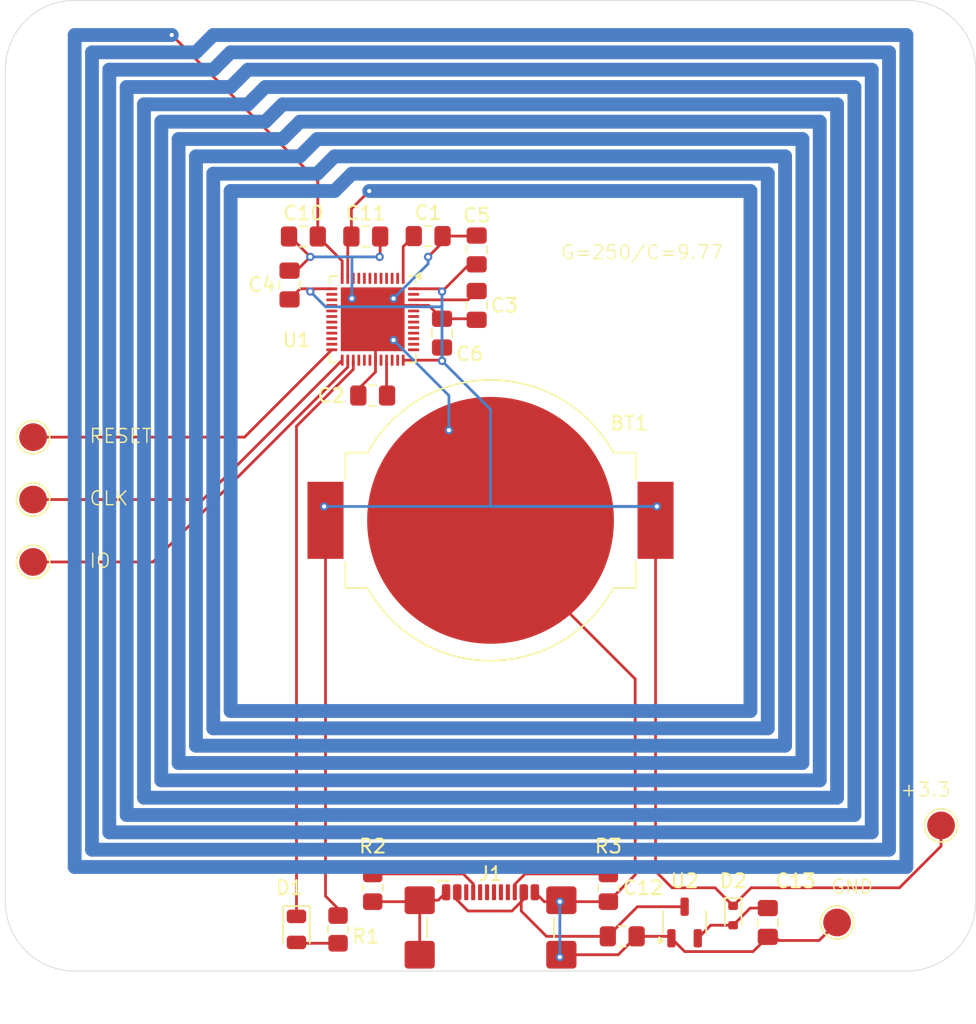
<source format=kicad_pcb>
(kicad_pcb (version 20240108) (generator "pcbnew") (generator_version "8.0")
  (layers (0 "F.Cu" signal) (31 "B.Cu" signal) (34 "B.Paste" user) (35 "F.Paste" user) (36 "B.SilkS" user "B.Silkscreen") (37 "F.SilkS" user "F.Silkscreen") (38 "B.Mask" user) (39 "F.Mask" user) (44 "Edge.Cuts" user))
  (net 0 "")
  (net 2 "+3.3V")
  (net 3 "GND")
  (net 4 "Net-(U1-DEC1)")
  (net 5 "Net-(U1-DEC3)")
  (net 6 "Net-(U1-DEC4)")
  (net 10 "Net-(U1-NFC1{slash}P0.09)")
  (net 11 "Net-(U2-IN)")
  (net 12 "Net-(D2-A)")
  (net 13 "Net-(D1-K)")
  (net 14 "Net-(D1-A)")
  (net 16 "Net-(J1-CC1)")
  (net 20 "Net-(J1-CC2)")
  (net 23 "Net-(U1-P0.21{slash}~{RESET})")
  (net 24 "Net-(U1-SWDCLK)")
  (net 25 "Net-(U1-SWDIO)")
  (footprint "TestPoint:TestPoint_Pad_D2.0mm" (layer "F.Cu") (at 62 71.5)
    (property "Reference" "TP1" (hide yes))
    (property "Value" "RESET")
    (fp_circle (center 0 0) (end 0 1.2) (stroke (width 0.12)) (fill none) (layer "F.SilkS"))
    (pad "1" smd circle (at 0 0) (size 2 2) (layers "F.Cu" "F.Mask") (net 23 "Net-(U1-P0.21{slash}~{RESET})"))
  )
  (footprint "Capacitor_SMD:C_0805_2012Metric_Pad1.18x1.45mm_HandSolder" (layer "F.Cu") (at 94 58 90)
    (property "Reference" "C5" (at 2.5 0 180) (layer "F.SilkS"))
    (property "Value" "4.7u")
    (fp_line (start -0.261252 -0.735) (end 0.261252 -0.735) (stroke (width 0.12)) (layer "F.SilkS"))
    (fp_line (start -0.261252 0.735) (end 0.261252 0.735) (stroke (width 0.12)) (layer "F.SilkS"))
    (pad "1" smd roundrect (at -1.0375 0 90) (size 1.175 1.45) (layers "F.Cu" "F.Paste" "F.Mask") (roundrect_rratio 0.212766) (net 2 "+3.3V"))
    (pad "2" smd roundrect (at 1.0375 0 90) (size 1.175 1.45) (layers "F.Cu" "F.Paste" "F.Mask") (roundrect_rratio 0.212766) (net 3 "GND"))
  )
  (footprint "Capacitor_SMD:C_0805_2012Metric_Pad1.18x1.45mm_HandSolder" (layer "F.Cu") (at 80.5 60.53 90)
    (property "Reference" "C4" (at 0.03 -2 180) (layer "F.SilkS"))
    (property "Value" "100n")
    (fp_line (start -0.261252 -0.735) (end 0.261252 -0.735) (stroke (width 0.12)) (layer "F.SilkS"))
    (fp_line (start -0.261252 0.735) (end 0.261252 0.735) (stroke (width 0.12)) (layer "F.SilkS"))
    (pad "1" smd roundrect (at -1.0375 0 90) (size 1.175 1.45) (layers "F.Cu" "F.Paste" "F.Mask") (roundrect_rratio 0.212766) (net 2 "+3.3V"))
    (pad "2" smd roundrect (at 1.0375 0 90) (size 1.175 1.45) (layers "F.Cu" "F.Paste" "F.Mask") (roundrect_rratio 0.212766) (net 3 "GND"))
  )
  (footprint "Capacitor_SMD:C_0805_2012Metric_Pad1.18x1.45mm_HandSolder" (layer "F.Cu") (at 94 62 -90)
    (property "Reference" "C3" (at 0 -2 180) (layer "F.SilkS"))
    (property "Value" "1u")
    (fp_line (start -0.261252 0.735) (end 0.261252 0.735) (stroke (width 0.12)) (layer "F.SilkS"))
    (fp_line (start -0.261252 -0.735) (end 0.261252 -0.735) (stroke (width 0.12)) (layer "F.SilkS"))
    (pad "1" smd roundrect (at -1.0375 0 270) (size 1.175 1.45) (layers "F.Cu" "F.Paste" "F.Mask") (roundrect_rratio 0.212766) (net 6 "Net-(U1-DEC4)"))
    (pad "2" smd roundrect (at 1.0375 0 270) (size 1.175 1.45) (layers "F.Cu" "F.Paste" "F.Mask") (roundrect_rratio 0.212766) (net 3 "GND"))
  )
  (footprint "TestPoint:TestPoint_Pad_D2.0mm" (layer "F.Cu") (at 62 76)
    (property "Reference" "TP2" (hide yes))
    (property "Value" "CLK")
    (fp_circle (center 0 0) (end 0 1.2) (stroke (width 0.12)) (fill none) (layer "F.SilkS"))
    (pad "1" smd circle (at 0 0) (size 2 2) (layers "F.Cu" "F.Mask") (net 24 "Net-(U1-SWDCLK)"))
  )
  (footprint "Capacitor_SMD:C_0805_2012Metric_Pad1.18x1.45mm_HandSolder" (layer "F.Cu") (at 104.5 107.5)
    (property "Reference" "C12" (at 1.5 -3.5 0) (layer "F.SilkS"))
    (property "Value" "100n")
    (fp_line (start -0.261252 -0.735) (end 0.261252 -0.735) (stroke (width 0.12)) (layer "F.SilkS"))
    (fp_line (start -0.261252 0.735) (end 0.261252 0.735) (stroke (width 0.12)) (layer "F.SilkS"))
    (pad "1" smd roundrect (at -1.0375 0) (size 1.175 1.45) (layers "F.Cu" "F.Paste" "F.Mask") (roundrect_rratio 0.212766) (net 11 "Net-(U2-IN)"))
    (pad "2" smd roundrect (at 1.0375 0) (size 1.175 1.45) (layers "F.Cu" "F.Paste" "F.Mask") (roundrect_rratio 0.212766) (net 3 "GND"))
  )
  (footprint "TestPoint:TestPoint_Pad_D2.0mm" (layer "F.Cu") (at 62 80.5)
    (property "Reference" "TP3" (hide yes))
    (property "Value" "IO")
    (fp_circle (center 0 0) (end 0 1.2) (stroke (width 0.12)) (fill none) (layer "F.SilkS"))
    (pad "1" smd circle (at 0 0) (size 2 2) (layers "F.Cu" "F.Mask") (net 25 "Net-(U1-SWDIO)"))
  )
  (footprint "Capacitor_SMD:C_0805_2012Metric_Pad1.18x1.45mm_HandSolder" (layer "F.Cu") (at 115 106.5 -90)
    (property "Reference" "C13" (at -3 -2 180) (layer "F.SilkS"))
    (property "Value" "100n")
    (fp_line (start -0.261252 0.735) (end 0.261252 0.735) (stroke (width 0.12)) (layer "F.SilkS"))
    (fp_line (start -0.261252 -0.735) (end 0.261252 -0.735) (stroke (width 0.12)) (layer "F.SilkS"))
    (pad "1" smd roundrect (at -1.0375 0 270) (size 1.175 1.45) (layers "F.Cu" "F.Paste" "F.Mask") (roundrect_rratio 0.212766) (net 12 "Net-(D2-A)"))
    (pad "2" smd roundrect (at 1.0375 0 270) (size 1.175 1.45) (layers "F.Cu" "F.Paste" "F.Mask") (roundrect_rratio 0.212766) (net 3 "GND"))
  )
  (footprint "Battery:BatteryHolder_MPD_BC2003_1x2032" (layer "F.Cu") (at 95 77.5)
    (property "Reference" "BT1" (at 10 -7 0) (layer "F.SilkS"))
    (property "Value" "CR2032")
    (fp_line (start -10.47 -4.885) (end -8.86291 -4.885) (stroke (width 0.12)) (layer "F.SilkS"))
    (fp_line (start -10.47 -3) (end -10.47 -4.885) (stroke (width 0.12)) (layer "F.SilkS"))
    (fp_line (start -10.47 3) (end -10.47 4.885) (stroke (width 0.12)) (layer "F.SilkS"))
    (fp_line (start -10.47 4.885) (end -8.86291 4.885) (stroke (width 0.12)) (layer "F.SilkS"))
    (fp_line (start 10.47 -4.885) (end 8.86291 -4.885) (stroke (width 0.12)) (layer "F.SilkS"))
    (fp_line (start 10.47 -3) (end 10.47 -4.885) (stroke (width 0.12)) (layer "F.SilkS"))
    (fp_line (start 10.47 3) (end 10.47 4.885) (stroke (width 0.12)) (layer "F.SilkS"))
    (fp_line (start 10.47 4.885) (end 8.86291 4.885) (stroke (width 0.12)) (layer "F.SilkS"))
    (fp_arc (start -8.86291 -4.885) (mid 0 -10.12) (end 8.86291 -4.885) (stroke (width 0.12)) (layer "F.SilkS"))
    (fp_arc (start 8.865021 4.881168) (mid 0.002187 10.12) (end -8.86291 4.885) (stroke (width 0.12)) (layer "F.SilkS"))
    (pad "1" smd rect (at -11.905 0) (size 2.6 5.56) (layers "F.Cu" "F.Paste" "F.Mask") (net 2 "+3.3V"))
    (pad "1" smd rect (at 11.905 0) (size 2.6 5.56) (layers "F.Cu" "F.Paste" "F.Mask") (net 2 "+3.3V"))
    (pad "2" smd circle (at 0 0) (size 17.8 17.8) (layers "F.Cu" "F.Mask") (net 3 "GND"))
  )
  (footprint "Resistor_SMD:R_0805_2012Metric_Pad1.20x1.40mm_HandSolder" (layer "F.Cu") (at 84 107 90)
    (property "Reference" "R1" (at -0.5 2 180) (layer "F.SilkS"))
    (property "Value" "100")
    (fp_line (start -0.227064 -0.735) (end 0.227064 -0.735) (stroke (width 0.12)) (layer "F.SilkS"))
    (fp_line (start -0.227064 0.735) (end 0.227064 0.735) (stroke (width 0.12)) (layer "F.SilkS"))
    (pad "1" smd roundrect (at -1 0 90) (size 1.2 1.4) (layers "F.Cu" "F.Paste" "F.Mask") (roundrect_rratio 0.208333) (net 14 "Net-(D1-A)"))
    (pad "2" smd roundrect (at 1 0 90) (size 1.2 1.4) (layers "F.Cu" "F.Paste" "F.Mask") (roundrect_rratio 0.208333) (net 2 "+3.3V"))
  )
  (footprint "Capacitor_SMD:C_0805_2012Metric_Pad1.18x1.45mm_HandSolder" (layer "F.Cu") (at 81.5 57.03)
    (property "Reference" "C10" (at 0 -1.68 0) (layer "F.SilkS"))
    (property "Value" "TBD")
    (fp_line (start -0.261252 -0.735) (end 0.261252 -0.735) (stroke (width 0.12)) (layer "F.SilkS"))
    (fp_line (start -0.261252 0.735) (end 0.261252 0.735) (stroke (width 0.12)) (layer "F.SilkS"))
    (pad "1" smd roundrect (at -1.0375 0) (size 1.175 1.45) (layers "F.Cu" "F.Paste" "F.Mask") (roundrect_rratio 0.212766) (net 3 "GND"))
    (pad "2" smd roundrect (at 1.0375 0) (size 1.175 1.45) (layers "F.Cu" "F.Paste" "F.Mask") (roundrect_rratio 0.212766) (net 10 "Net-(U1-NFC1{slash}P0.09)"))
  )
  (footprint "Capacitor_SMD:C_0805_2012Metric_Pad1.18x1.45mm_HandSolder" (layer "F.Cu") (at 86 57.03)
    (property "Reference" "C11" (at 0 -1.68 0) (layer "F.SilkS"))
    (property "Value" "TBD")
    (fp_line (start -0.261252 -0.735) (end 0.261252 -0.735) (stroke (width 0.12)) (layer "F.SilkS"))
    (fp_line (start -0.261252 0.735) (end 0.261252 0.735) (stroke (width 0.12)) (layer "F.SilkS"))
    (pad "1" smd roundrect (at -1.0375 0) (size 1.175 1.45) (layers "F.Cu" "F.Paste" "F.Mask") (roundrect_rratio 0.212766) (net 10 "Net-(U1-NFC1{slash}P0.09)"))
    (pad "2" smd roundrect (at 1.0375 0) (size 1.175 1.45) (layers "F.Cu" "F.Paste" "F.Mask") (roundrect_rratio 0.212766) (net 3 "GND"))
  )
  (footprint "TestPoint:TestPoint_Pad_D2.0mm" (layer "F.Cu") (at 120 106.5)
    (property "Reference" "TP6" (hide yes))
    (property "Value" "GND")
    (fp_circle (center 0 0) (end 0 1.2) (stroke (width 0.12)) (fill none) (layer "F.SilkS"))
    (pad "1" smd circle (at 0 0) (size 2 2) (layers "F.Cu" "F.Mask") (net 3 "GND"))
  )
  (footprint "Connector_USB:USB_C_Receptacle_GCT_USB4110" (layer "F.Cu") (at 95 108)
    (property "Reference" "J1" (at 0 -5.015 0) (layer "F.SilkS"))
    (property "Value" "USB_C_Receptacle_USB2.0_16P")
    (fp_line (start -4.58 -0.435) (end -4.58 -1.845) (stroke (width 0.12)) (layer "F.SilkS"))
    (fp_line (start -3.76 -4.515) (end -3.76 -4.365) (stroke (width 0.12)) (layer "F.SilkS"))
    (fp_line (start -2.96 -4.515) (end -3.76 -4.515) (stroke (width 0.12)) (layer "F.SilkS"))
    (fp_line (start 4.58 -0.435) (end 4.58 -1.845) (stroke (width 0.12)) (layer "F.SilkS"))
    (pad "" np_thru_hole circle (at -2.89 -2.605) (size 0.65 0.65) (drill 0.65) (layers "F&B.Cu" "*.Mask"))
    (pad "" np_thru_hole circle (at 2.89 -2.605) (size 0.65 0.65) (drill 0.65) (layers "F&B.Cu" "*.Mask"))
    (pad "A1" smd roundrect (at -3.2 -3.68) (size 0.6 1.15) (layers "F.Cu" "F.Paste" "F.Mask") (net 3 "GND"))
    (pad "A4" smd roundrect (at -2.4 -3.68) (size 0.6 1.15) (layers "F.Cu" "F.Paste" "F.Mask") (net 11 "Net-(U2-IN)"))
    (pad "A5" smd roundrect (at -1.25 -3.68) (size 0.3 1.15) (layers "F.Cu" "F.Paste" "F.Mask") (net 16 "Net-(J1-CC1)"))
    (pad "A6" smd roundrect (at -0.25 -3.68) (size 0.3 1.15) (layers "F.Cu" "F.Paste" "F.Mask"))
    (pad "A7" smd roundrect (at 0.25 -3.68) (size 0.3 1.15) (layers "F.Cu" "F.Paste" "F.Mask"))
    (pad "A8" smd roundrect (at 1.25 -3.68) (size 0.3 1.15) (layers "F.Cu" "F.Paste" "F.Mask"))
    (pad "A9" smd roundrect (at 2.4 -3.68) (size 0.6 1.15) (layers "F.Cu" "F.Paste" "F.Mask") (net 11 "Net-(U2-IN)"))
    (pad "A12" smd roundrect (at 3.2 -3.68) (size 0.6 1.15) (layers "F.Cu" "F.Paste" "F.Mask") (net 3 "GND"))
    (pad "B1" smd roundrect (at 3.2 -3.68) (size 0.6 1.15) (layers "F.Cu" "F.Paste" "F.Mask") (net 3 "GND"))
    (pad "B4" smd roundrect (at 2.4 -3.68) (size 0.6 1.15) (layers "F.Cu" "F.Paste" "F.Mask") (net 11 "Net-(U2-IN)"))
    (pad "B5" smd roundrect (at 1.75 -3.68) (size 0.3 1.15) (layers "F.Cu" "F.Paste" "F.Mask") (net 20 "Net-(J1-CC2)"))
    (pad "B6" smd roundrect (at 0.75 -3.68) (size 0.3 1.15) (layers "F.Cu" "F.Paste" "F.Mask"))
    (pad "B7" smd roundrect (at -0.75 -3.68) (size 0.3 1.15) (layers "F.Cu" "F.Paste" "F.Mask"))
    (pad "B8" smd roundrect (at -1.75 -3.68) (size 0.3 1.15) (layers "F.Cu" "F.Paste" "F.Mask"))
    (pad "B9" smd roundrect (at -2.4 -3.68) (size 0.6 1.15) (layers "F.Cu" "F.Paste" "F.Mask") (net 11 "Net-(U2-IN)"))
    (pad "B12" smd roundrect (at -3.2 -3.68) (size 0.6 1.15) (layers "F.Cu" "F.Paste" "F.Mask") (net 3 "GND"))
    (pad "S1" smd roundrect (at -5.11 -3.105) (size 2.18 2) (layers "F.Cu" "F.Paste" "F.Mask") (roundrect_rratio 0.125) (net 3 "GND"))
    (pad "S1" smd roundrect (at -5.11 0.825) (size 2.18 2) (layers "F.Cu" "F.Paste" "F.Mask") (roundrect_rratio 0.125) (net 3 "GND"))
    (pad "S1" smd roundrect (at 5.11 -3.105) (size 2.18 2) (layers "F.Cu" "F.Paste" "F.Mask") (roundrect_rratio 0.125) (net 3 "GND"))
    (pad "S1" smd roundrect (at 5.11 0.825) (size 2.18 2) (layers "F.Cu" "F.Paste" "F.Mask") (roundrect_rratio 0.125) (net 3 "GND"))
  )
  (footprint "LED_SMD:LED_0805_2012Metric" (layer "F.Cu") (at 81 107 -90)
    (property "Reference" "D1" (at -3 0.5 180) (layer "F.SilkS"))
    (property "Value" "ACTIVE")
    (fp_line (start -1.685 0.96) (end 1 0.96) (stroke (width 0.12)) (layer "F.SilkS"))
    (fp_line (start -1.685 -0.96) (end -1.685 0.96) (stroke (width 0.12)) (layer "F.SilkS"))
    (fp_line (start 1 -0.96) (end -1.685 -0.96) (stroke (width 0.12)) (layer "F.SilkS"))
    (pad "1" smd roundrect (at -0.9375 0 270) (size 0.975 1.4) (layers "F.Cu" "F.Paste" "F.Mask") (net 13 "Net-(D1-K)"))
    (pad "2" smd roundrect (at 0.9375 0 270) (size 0.975 1.4) (layers "F.Cu" "F.Paste" "F.Mask") (net 14 "Net-(D1-A)"))
  )
  (footprint "Package_DFN_QFN:QFN-48-1EP_6x6mm_P0.4mm_EP4.6x4.6mm" (layer "F.Cu") (at 86.5 63 -90)
    (property "Reference" "U1" (at 1.5 5.5 0) (layer "F.SilkS"))
    (property "Value" "nRF52832-QFxx")
    (fp_line (start -3.11 3.11) (end -3.11 2.56) (stroke (width 0.12)) (layer "F.SilkS"))
    (fp_line (start -2.56 3.11) (end -3.11 3.11) (stroke (width 0.12)) (layer "F.SilkS"))
    (fp_line (start 2.56 3.11) (end 3.11 3.11) (stroke (width 0.12)) (layer "F.SilkS"))
    (fp_line (start 3.11 3.11) (end 3.11 2.56) (stroke (width 0.12)) (layer "F.SilkS"))
    (fp_line (start -3.11 -2.56) (end -3.11 -2.87) (stroke (width 0.12)) (layer "F.SilkS"))
    (fp_line (start -2.56 -3.11) (end -2.81 -3.11) (stroke (width 0.12)) (layer "F.SilkS"))
    (fp_line (start 2.56 -3.11) (end 3.11 -3.11) (stroke (width 0.12)) (layer "F.SilkS"))
    (fp_line (start 3.11 -3.11) (end 3.11 -2.56) (stroke (width 0.12)) (layer "F.SilkS"))
    (fp_poly (pts (xy -3.11 -3.11) (xy -3.35 -3.44) (xy -2.87 -3.44) (xy -3.11 -3.11)) (stroke (width 0.12)) (fill solid) (layer "F.SilkS"))
    (pad "1" smd roundrect (at -2.95 -2.2 270) (size 0.8 0.2) (layers "F.Cu" "F.Paste" "F.Mask") (net 4 "Net-(U1-DEC1)"))
    (pad "2" smd roundrect (at -2.95 -1.8 270) (size 0.8 0.2) (layers "F.Cu" "F.Paste" "F.Mask"))
    (pad "3" smd roundrect (at -2.95 -1.4 270) (size 0.8 0.2) (layers "F.Cu" "F.Paste" "F.Mask"))
    (pad "4" smd roundrect (at -2.95 -1 270) (size 0.8 0.2) (layers "F.Cu" "F.Paste" "F.Mask"))
    (pad "5" smd roundrect (at -2.95 -0.6 270) (size 0.8 0.2) (layers "F.Cu" "F.Paste" "F.Mask"))
    (pad "6" smd roundrect (at -2.95 -0.2 270) (size 0.8 0.2) (layers "F.Cu" "F.Paste" "F.Mask"))
    (pad "7" smd roundrect (at -2.95 0.2 270) (size 0.8 0.2) (layers "F.Cu" "F.Paste" "F.Mask"))
    (pad "8" smd roundrect (at -2.95 0.6 270) (size 0.8 0.2) (layers "F.Cu" "F.Paste" "F.Mask"))
    (pad "9" smd roundrect (at -2.95 1 270) (size 0.8 0.2) (layers "F.Cu" "F.Paste" "F.Mask"))
    (pad "10" smd roundrect (at -2.95 1.4 270) (size 0.8 0.2) (layers "F.Cu" "F.Paste" "F.Mask"))
    (pad "11" smd roundrect (at -2.95 1.8 270) (size 0.8 0.2) (layers "F.Cu" "F.Paste" "F.Mask") (net 10 "Net-(U1-NFC1{slash}P0.09)"))
    (pad "12" smd roundrect (at -2.95 2.2 270) (size 0.8 0.2) (layers "F.Cu" "F.Paste" "F.Mask") (net 10 "Net-(U1-NFC1{slash}P0.09)"))
    (pad "13" smd roundrect (at -2.2 2.95 270) (size 0.2 0.8) (layers "F.Cu" "F.Paste" "F.Mask") (net 2 "+3.3V"))
    (pad "14" smd roundrect (at -1.8 2.95 270) (size 0.2 0.8) (layers "F.Cu" "F.Paste" "F.Mask"))
    (pad "15" smd roundrect (at -1.4 2.95 270) (size 0.2 0.8) (layers "F.Cu" "F.Paste" "F.Mask"))
    (pad "16" smd roundrect (at -1 2.95 270) (size 0.2 0.8) (layers "F.Cu" "F.Paste" "F.Mask"))
    (pad "17" smd roundrect (at -0.6 2.95 270) (size 0.2 0.8) (layers "F.Cu" "F.Paste" "F.Mask"))
    (pad "18" smd roundrect (at -0.2 2.95 270) (size 0.2 0.8) (layers "F.Cu" "F.Paste" "F.Mask"))
    (pad "19" smd roundrect (at 0.2 2.95 270) (size 0.2 0.8) (layers "F.Cu" "F.Paste" "F.Mask"))
    (pad "20" smd roundrect (at 0.6 2.95 270) (size 0.2 0.8) (layers "F.Cu" "F.Paste" "F.Mask"))
    (pad "21" smd roundrect (at 1 2.95 270) (size 0.2 0.8) (layers "F.Cu" "F.Paste" "F.Mask"))
    (pad "22" smd roundrect (at 1.4 2.95 270) (size 0.2 0.8) (layers "F.Cu" "F.Paste" "F.Mask"))
    (pad "23" smd roundrect (at 1.8 2.95 270) (size 0.2 0.8) (layers "F.Cu" "F.Paste" "F.Mask"))
    (pad "24" smd roundrect (at 2.2 2.95 270) (size 0.2 0.8) (layers "F.Cu" "F.Paste" "F.Mask") (net 23 "Net-(U1-P0.21{slash}~{RESET})"))
    (pad "25" smd roundrect (at 2.95 2.2 270) (size 0.8 0.2) (layers "F.Cu" "F.Paste" "F.Mask") (net 24 "Net-(U1-SWDCLK)"))
    (pad "26" smd roundrect (at 2.95 1.8 270) (size 0.8 0.2) (layers "F.Cu" "F.Paste" "F.Mask") (net 25 "Net-(U1-SWDIO)"))
    (pad "27" smd roundrect (at 2.95 1.4 270) (size 0.8 0.2) (layers "F.Cu" "F.Paste" "F.Mask") (net 13 "Net-(D1-K)"))
    (pad "28" smd roundrect (at 2.95 1 270) (size 0.8 0.2) (layers "F.Cu" "F.Paste" "F.Mask"))
    (pad "29" smd roundrect (at 2.95 0.6 270) (size 0.8 0.2) (layers "F.Cu" "F.Paste" "F.Mask"))
    (pad "30" smd roundrect (at 2.95 0.2 270) (size 0.8 0.2) (layers "F.Cu" "F.Paste" "F.Mask"))
    (pad "31" smd roundrect (at 2.95 -0.2 270) (size 0.8 0.2) (layers "F.Cu" "F.Paste" "F.Mask") (net 3 "GND"))
    (pad "32" smd roundrect (at 2.95 -0.6 270) (size 0.8 0.2) (layers "F.Cu" "F.Paste" "F.Mask"))
    (pad "33" smd roundrect (at 2.95 -1 270) (size 0.8 0.2) (layers "F.Cu" "F.Paste" "F.Mask") (net 5 "Net-(U1-DEC3)"))
    (pad "34" smd roundrect (at 2.95 -1.4 270) (size 0.8 0.2) (layers "F.Cu" "F.Paste" "F.Mask"))
    (pad "35" smd roundrect (at 2.95 -1.8 270) (size 0.8 0.2) (layers "F.Cu" "F.Paste" "F.Mask"))
    (pad "36" smd roundrect (at 2.95 -2.2 270) (size 0.8 0.2) (layers "F.Cu" "F.Paste" "F.Mask") (net 2 "+3.3V"))
    (pad "37" smd roundrect (at 2.2 -2.95 270) (size 0.2 0.8) (layers "F.Cu" "F.Paste" "F.Mask"))
    (pad "38" smd roundrect (at 1.8 -2.95 270) (size 0.2 0.8) (layers "F.Cu" "F.Paste" "F.Mask"))
    (pad "39" smd roundrect (at 1.4 -2.95 270) (size 0.2 0.8) (layers "F.Cu" "F.Paste" "F.Mask"))
    (pad "40" smd roundrect (at 1 -2.95 270) (size 0.2 0.8) (layers "F.Cu" "F.Paste" "F.Mask"))
    (pad "41" smd roundrect (at 0.6 -2.95 270) (size 0.2 0.8) (layers "F.Cu" "F.Paste" "F.Mask"))
    (pad "42" smd roundrect (at 0.2 -2.95 270) (size 0.2 0.8) (layers "F.Cu" "F.Paste" "F.Mask"))
    (pad "43" smd roundrect (at -0.2 -2.95 270) (size 0.2 0.8) (layers "F.Cu" "F.Paste" "F.Mask"))
    (pad "44" smd roundrect (at -0.6 -2.95 270) (size 0.2 0.8) (layers "F.Cu" "F.Paste" "F.Mask"))
    (pad "45" smd roundrect (at -1 -2.95 270) (size 0.2 0.8) (layers "F.Cu" "F.Paste" "F.Mask") (net 3 "GND"))
    (pad "46" smd roundrect (at -1.4 -2.95 270) (size 0.2 0.8) (layers "F.Cu" "F.Paste" "F.Mask") (net 6 "Net-(U1-DEC4)"))
    (pad "47" smd roundrect (at -1.8 -2.95 270) (size 0.2 0.8) (layers "F.Cu" "F.Paste" "F.Mask"))
    (pad "48" smd roundrect (at -2.2 -2.95 270) (size 0.2 0.8) (layers "F.Cu" "F.Paste" "F.Mask") (net 2 "+3.3V"))
    (pad "49" smd rect (at 0 0 270) (size 4.6 4.6) (property pad_prop_heatsink) (layers "F.Cu" "F.Mask") (net 3 "GND"))
  )
  (footprint "Capacitor_SMD:C_0805_2012Metric_Pad1.18x1.45mm_HandSolder" (layer "F.Cu") (at 91.5 64 90)
    (property "Reference" "C6" (at -1.5 2 180) (layer "F.SilkS"))
    (property "Value" "100n")
    (fp_line (start -0.261252 -0.735) (end 0.261252 -0.735) (stroke (width 0.12)) (layer "F.SilkS"))
    (fp_line (start -0.261252 0.735) (end 0.261252 0.735) (stroke (width 0.12)) (layer "F.SilkS"))
    (pad "1" smd roundrect (at -1.0375 0 90) (size 1.175 1.45) (layers "F.Cu" "F.Paste" "F.Mask") (roundrect_rratio 0.212766) (net 2 "+3.3V"))
    (pad "2" smd roundrect (at 1.0375 0 90) (size 1.175 1.45) (layers "F.Cu" "F.Paste" "F.Mask") (roundrect_rratio 0.212766) (net 3 "GND"))
  )
  (footprint "Capacitor_SMD:C_0805_2012Metric_Pad1.18x1.45mm_HandSolder" (layer "F.Cu") (at 86.5 68.5 180)
    (property "Reference" "C2" (at 3 0 0) (layer "F.SilkS"))
    (property "Value" "100p")
    (fp_line (start -0.261252 0.735) (end 0.261252 0.735) (stroke (width 0.12)) (layer "F.SilkS"))
    (fp_line (start -0.261252 -0.735) (end 0.261252 -0.735) (stroke (width 0.12)) (layer "F.SilkS"))
    (pad "1" smd roundrect (at -1.0375 0 180) (size 1.175 1.45) (layers "F.Cu" "F.Paste" "F.Mask") (roundrect_rratio 0.212766) (net 5 "Net-(U1-DEC3)"))
    (pad "2" smd roundrect (at 1.0375 0 180) (size 1.175 1.45) (layers "F.Cu" "F.Paste" "F.Mask") (roundrect_rratio 0.212766) (net 3 "GND"))
  )
  (footprint "TestPoint:TestPoint_Pad_D2.0mm" (layer "F.Cu") (at 127.5 99.5)
    (property "Reference" "TP5" (hide yes))
    (property "Value" "+3.3")
    (fp_circle (center 0 0) (end 0 1.2) (stroke (width 0.12)) (fill none) (layer "F.SilkS"))
    (pad "1" smd circle (at 0 0) (size 2 2) (layers "F.Cu" "F.Mask") (net 2 "+3.3V"))
  )
  (footprint "Resistor_SMD:R_0805_2012Metric_Pad1.20x1.40mm_HandSolder" (layer "F.Cu") (at 86.5 104 90)
    (property "Reference" "R2" (at 3 0 180) (layer "F.SilkS"))
    (property "Value" "5.1k")
    (fp_line (start -0.227064 -0.735) (end 0.227064 -0.735) (stroke (width 0.12)) (layer "F.SilkS"))
    (fp_line (start -0.227064 0.735) (end 0.227064 0.735) (stroke (width 0.12)) (layer "F.SilkS"))
    (pad "1" smd roundrect (at -1 0 90) (size 1.2 1.4) (layers "F.Cu" "F.Paste" "F.Mask") (roundrect_rratio 0.208333) (net 3 "GND"))
    (pad "2" smd roundrect (at 1 0 90) (size 1.2 1.4) (layers "F.Cu" "F.Paste" "F.Mask") (roundrect_rratio 0.208333) (net 16 "Net-(J1-CC1)"))
  )
  (footprint "Package_TO_SOT_SMD:SOT-23-3" (layer "F.Cu") (at 109 106.5 90)
    (property "Reference" "U2" (at 3 0 180) (layer "F.SilkS"))
    (property "Value" "RS3002-3.3SYF5")
    (fp_line (start 0 -1.56) (end 0.8 -1.56) (stroke (width 0.12)) (layer "F.SilkS"))
    (fp_line (start 0 -1.56) (end -0.8 -1.56) (stroke (width 0.12)) (layer "F.SilkS"))
    (fp_line (start 0 1.56) (end 0.8 1.56) (stroke (width 0.12)) (layer "F.SilkS"))
    (fp_line (start 0 1.56) (end -0.8 1.56) (stroke (width 0.12)) (layer "F.SilkS"))
    (fp_poly (pts (xy -1.3 -1.51) (xy -1.54 -1.84) (xy -1.06 -1.84) (xy -1.3 -1.51)) (stroke (width 0.12)) (fill solid) (layer "F.SilkS"))
    (pad "1" smd roundrect (at -1.1375 -0.95 90) (size 1.325 0.6) (layers "F.Cu" "F.Paste" "F.Mask") (net 3 "GND"))
    (pad "2" smd roundrect (at -1.1375 0.95 90) (size 1.325 0.6) (layers "F.Cu" "F.Paste" "F.Mask") (net 12 "Net-(D2-A)"))
    (pad "3" smd roundrect (at 1.1375 0 90) (size 1.325 0.6) (layers "F.Cu" "F.Paste" "F.Mask") (net 11 "Net-(U2-IN)"))
  )
  (footprint "Diode_SMD:D_SOD-523" (layer "F.Cu") (at 112.5 106 -90)
    (property "Reference" "D2" (at -2.5 0 0) (layer "F.SilkS"))
    (property "Value" "RB751S-40")
    (fp_line (start 0.7 0.6) (end -1.26 0.6) (stroke (width 0.12)) (layer "F.SilkS"))
    (fp_line (start -1.26 -0.6) (end -1.26 0.6) (stroke (width 0.12)) (layer "F.SilkS"))
    (fp_line (start 0.7 -0.6) (end -1.26 -0.6) (stroke (width 0.12)) (layer "F.SilkS"))
    (pad "1" smd roundrect (at -0.7 0 90) (size 0.6 0.7) (layers "F.Cu" "F.Paste" "F.Mask") (net 2 "+3.3V"))
    (pad "2" smd roundrect (at 0.7 0 90) (size 0.6 0.7) (layers "F.Cu" "F.Paste" "F.Mask") (net 12 "Net-(D2-A)"))
  )
  (footprint "Resistor_SMD:R_0805_2012Metric_Pad1.20x1.40mm_HandSolder" (layer "F.Cu") (at 103.5 104 -90)
    (property "Reference" "R3" (at -3 0 180) (layer "F.SilkS"))
    (property "Value" "5.1k")
    (fp_line (start -0.227064 0.735) (end 0.227064 0.735) (stroke (width 0.12)) (layer "F.SilkS"))
    (fp_line (start -0.227064 -0.735) (end 0.227064 -0.735) (stroke (width 0.12)) (layer "F.SilkS"))
    (pad "1" smd roundrect (at -1 0 270) (size 1.2 1.4) (layers "F.Cu" "F.Paste" "F.Mask") (roundrect_rratio 0.208333) (net 20 "Net-(J1-CC2)"))
    (pad "2" smd roundrect (at 1 0 270) (size 1.2 1.4) (layers "F.Cu" "F.Paste" "F.Mask") (roundrect_rratio 0.208333) (net 3 "GND"))
  )
  (footprint "Capacitor_SMD:C_0805_2012Metric_Pad1.18x1.45mm_HandSolder" (layer "F.Cu") (at 90.5 57)
    (property "Reference" "C1" (at 0 -1.68 0) (layer "F.SilkS"))
    (property "Value" "100n")
    (fp_line (start -0.261252 -0.735) (end 0.261252 -0.735) (stroke (width 0.12)) (layer "F.SilkS"))
    (fp_line (start -0.261252 0.735) (end 0.261252 0.735) (stroke (width 0.12)) (layer "F.SilkS"))
    (pad "1" smd roundrect (at -1.0375 0) (size 1.175 1.45) (layers "F.Cu" "F.Paste" "F.Mask") (roundrect_rratio 0.212766) (net 4 "Net-(U1-DEC1)"))
    (pad "2" smd roundrect (at 1.0375 0) (size 1.175 1.45) (layers "F.Cu" "F.Paste" "F.Mask") (roundrect_rratio 0.212766) (net 3 "GND"))
  )
  (gr_arc (start 125 40) (mid 128.535534 41.464466) (end 130 45) (stroke (width 0.05)) (layer "Edge.Cuts"))
  (gr_line (start 65 40) (end 125 40) (stroke (width 0.05)) (layer "Edge.Cuts"))
  (gr_line (start 130 45) (end 130 105) (stroke (width 0.05)) (layer "Edge.Cuts"))
  (gr_line (start 125 110) (end 65 110) (stroke (width 0.05)) (layer "Edge.Cuts"))
  (gr_arc (start 130 105) (mid 128.535534 108.535534) (end 125 110) (stroke (width 0.05)) (layer "Edge.Cuts"))
  (gr_line (start 60 105) (end 60 45) (stroke (width 0.05)) (layer "Edge.Cuts"))
  (gr_arc (start 60 45) (mid 61.464466 41.464466) (end 65 40) (stroke (width 0.05)) (layer "Edge.Cuts"))
  (gr_arc (start 65 110) (mid 61.464466 108.535534) (end 60 105) (stroke (width 0.05)) (layer "Edge.Cuts"))
  (gr_text "RESET" (at 66 72 0) (layer "F.SilkS") (effects (font (size 1 1) (thickness 0.1)) (justify left bottom)))
  (gr_text "+3.3" (at 124.5 97.5 0) (layer "F.SilkS") (effects (font (size 1 1) (thickness 0.1)) (justify left bottom)))
  (gr_text "IO" (at 66 81 0) (layer "F.SilkS") (effects (font (size 1 1) (thickness 0.1)) (justify left bottom)))
  (gr_text "GND" (at 119.5 104.5 0) (layer "F.SilkS") (effects (font (size 1 1) (thickness 0.1)) (justify left bottom)))
  (gr_text "CLK" (at 66 76.5 0) (layer "F.SilkS") (effects (font (size 1 1) (thickness 0.1)) (justify left bottom)))
  (gr_text "G=250/C=9.77" (at 100 58.75 0) (layer "F.SilkS") (effects (font (size 1 1) (thickness 0.1)) (justify left bottom)))
  (segment (start 106.905 77.5) (end 106.905 102.805) (width 0.2) (layer "F.Cu") (net 2))
  (segment (start 91.5 66) (end 91.5 65.0375) (width 0.2) (layer "F.Cu") (net 2))
  (segment (start 81.8 60.8) (end 81.2675 60.8) (width 0.2) (layer "F.Cu") (net 2))
  (segment (start 108.1 104) (end 111.2 104) (width 0.2) (layer "F.Cu") (net 2))
  (segment (start 93.4625 59.0375) (end 94 59.0375) (width 0.2) (layer "F.Cu") (net 2))
  (segment (start 84 105.5) (end 83.095 104.595) (width 0.2) (layer "F.Cu") (net 2))
  (segment (start 83.55 60.8) (end 82.2 60.8) (width 0.2) (layer "F.Cu") (net 2))
  (segment (start 111.2 104) (end 112.5 105.3) (width 0.2) (layer "F.Cu") (net 2))
  (segment (start 81.2675 60.8) (end 80.5 61.5675) (width 0.2) (layer "F.Cu") (net 2))
  (segment (start 91.45 65.95) (end 91.5 66) (width 0.2) (layer "F.Cu") (net 2))
  (segment (start 91.5 66) (end 91.55 65.95) (width 0.2) (layer "F.Cu") (net 2))
  (segment (start 127.5 99.5) (end 127.5 101) (width 0.2) (layer "F.Cu") (net 2))
  (segment (start 127.5 101) (end 124.5 104) (width 0.2) (layer "F.Cu") (net 2))
  (segment (start 82 61) (end 81.8 60.8) (width 0.2) (layer "F.Cu") (net 2))
  (segment (start 91.5 61) (end 93.4625 59.0375) (width 0.2) (layer "F.Cu") (net 2))
  (segment (start 91.3 60.8) (end 89.45 60.8) (width 0.2) (layer "F.Cu") (net 2))
  (segment (start 84 106) (end 84 105.5) (width 0.2) (layer "F.Cu") (net 2))
  (segment (start 91.5 61) (end 91.3 60.8) (width 0.2) (layer "F.Cu") (net 2))
  (segment (start 124.5 104) (end 113.8 104) (width 0.2) (layer "F.Cu") (net 2))
  (segment (start 113.8 104) (end 112.5 105.3) (width 0.2) (layer "F.Cu") (net 2))
  (segment (start 82.2 60.8) (end 82 61) (width 0.2) (layer "F.Cu") (net 2))
  (segment (start 106.905 102.805) (end 108.1 104) (width 0.2) (layer "F.Cu") (net 2))
  (segment (start 83.095 104.595) (end 83.095 77.5) (width 0.2) (layer "F.Cu") (net 2))
  (segment (start 88.7 65.95) (end 91.45 65.95) (width 0.2) (layer "F.Cu") (net 2))
  (via (at 82 61) (size 0.6) (drill 0.3) (layers "F.Cu" "B.Cu") (net 2))
  (via (at 91.5 66) (size 0.6) (drill 0.3) (layers "F.Cu" "B.Cu") (net 2))
  (via (at 91.5 61) (size 0.6) (drill 0.3) (layers "F.Cu" "B.Cu") (net 2))
  (via (at 83 76.5) (size 0.6) (drill 0.3) (layers "F.Cu" "B.Cu") (net 2))
  (via (at 107 76.5) (size 0.6) (drill 0.3) (layers "F.Cu" "B.Cu") (net 2))
  (segment (start 91.5 66) (end 95 69.5) (width 0.2) (layer "B.Cu") (net 2))
  (segment (start 95 76.5) (end 107 76.5) (width 0.2) (layer "B.Cu") (net 2))
  (segment (start 91.5 62) (end 91.5 66) (width 0.2) (layer "B.Cu") (net 2))
  (segment (start 95 69.5) (end 95 76.5) (width 0.2) (layer "B.Cu") (net 2))
  (segment (start 91.5 61) (end 91.5 62) (width 0.2) (layer "B.Cu") (net 2))
  (segment (start 83.1 62.1) (end 91.4 62.1) (width 0.2) (layer "B.Cu") (net 2))
  (segment (start 82 61) (end 83.1 62.1) (width 0.2) (layer "B.Cu") (net 2))
  (segment (start 91.4 62.1) (end 91.5 62) (width 0.2) (layer "B.Cu") (net 2))
  (segment (start 107 76.5) (end 83 76.5) (width 0.2) (layer "B.Cu") (net 2))
  (segment (start 81.0075 59.4925) (end 82 58.5) (width 0.2) (layer "F.Cu") (net 3))
  (segment (start 91.5375 57.4625) (end 90.5 58.5) (width 0.2) (layer "F.Cu") (net 3))
  (segment (start 99.535 104.32) (end 100 105) (width 0.2) (layer "F.Cu") (net 3))
  (segment (start 100.215 105) (end 100.11 104.895) (width 0.2) (layer "F.Cu") (net 3))
  (segment (start 115.8 107.8) (end 118.7 107.8) (width 0.2) (layer "F.Cu") (net 3))
  (segment (start 103.5 105) (end 100.215 105) (width 0.2) (layer "F.Cu") (net 3))
  (segment (start 113.9375 108.6) (end 115 107.5375) (width 0.2) (layer "F.Cu") (net 3))
  (segment (start 82 58.5) (end 80.53 57.03) (width 0.2) (layer "F.Cu") (net 3))
  (segment (start 105.5375 107.5) (end 107.9125 107.5) (width 0.2) (layer "F.Cu") (net 3))
  (segment (start 86.7 66.8) (end 85.4625 68.0375) (width 0.2) (layer "F.Cu") (net 3))
  (segment (start 105.434314 88.934314) (end 105.434314 103.065686) (width 0.2) (layer "F.Cu") (net 3))
  (segment (start 95 78.5) (end 105.434314 88.934314) (width 0.2) (layer "F.Cu") (net 3))
  (segment (start 115 107.5375) (end 115.5375 107.5375) (width 0.2) (layer "F.Cu") (net 3))
  (segment (start 91.225 104.895) (end 91.8 104.32) (width 0.2) (layer "F.Cu") (net 3))
  (segment (start 89.785 105) (end 89.89 104.895) (width 0.2) (layer "F.Cu") (net 3))
  (segment (start 80.53 57.03) (end 80.4625 57.03) (width 0.2) (layer "F.Cu") (net 3))
  (segment (start 87.5 62) (end 86.5 63) (width 0.2) (layer "F.Cu") (net 3))
  (segment (start 91.5375 57) (end 91.5375 57.4625) (width 0.2) (layer "F.Cu") (net 3))
  (segment (start 89.45 62) (end 90.5375 62) (width 0.2) (layer "F.Cu") (net 3))
  (segment (start 107.9125 107.5) (end 108.05 107.6375) (width 0.2) (layer "F.Cu") (net 3))
  (segment (start 86.5 105) (end 89.785 105) (width 0.2) (layer "F.Cu") (net 3))
  (segment (start 109.0125 108.6) (end 113.9375 108.6) (width 0.2) (layer "F.Cu") (net 3))
  (segment (start 98.2 104.32) (end 98.88 105) (width 0.2) (layer "F.Cu") (net 3))
  (segment (start 98.88 105) (end 100 105) (width 0.2) (layer "F.Cu") (net 3))
  (segment (start 89.89 104.895) (end 91.225 104.895) (width 0.2) (layer "F.Cu") (net 3))
  (segment (start 104.2125 108.825) (end 105.5375 107.5) (width 0.2) (layer "F.Cu") (net 3))
  (segment (start 93.9625 57) (end 94 56.9625) (width 0.2) (layer "F.Cu") (net 3))
  (segment (start 87 58.5) (end 87.0375 58.4625) (width 0.2) (layer "F.Cu") (net 3))
  (segment (start 91.5 62.9625) (end 93.925 62.9625) (width 0.2) (layer "F.Cu") (net 3))
  (segment (start 100.11 108.825) (end 104.2125 108.825) (width 0.2) (layer "F.Cu") (net 3))
  (segment (start 105.434314 103.065686) (end 103.5 105) (width 0.2) (layer "F.Cu") (net 3))
  (segment (start 90.5375 62) (end 91.5 62.9625) (width 0.2) (layer "F.Cu") (net 3))
  (segment (start 89.45 62) (end 87.5 62) (width 0.2) (layer "F.Cu") (net 3))
  (segment (start 86.7 65.95) (end 86.7 66.8) (width 0.2) (layer "F.Cu") (net 3))
  (segment (start 108.05 107.6375) (end 109.0125 108.6) (width 0.2) (layer "F.Cu") (net 3))
  (segment (start 91.5375 57) (end 91.5 57) (width 0.2) (layer "F.Cu") (net 3))
  (segment (start 80.5 59.4925) (end 81.0075 59.4925) (width 0.2) (layer "F.Cu") (net 3))
  (segment (start 89.89 108.825) (end 89.89 104.895) (width 0.2) (layer "F.Cu") (net 3))
  (segment (start 85.4625 68.0375) (end 85.4625 69) (width 0.2) (layer "F.Cu") (net 3))
  (segment (start 115.5375 107.5375) (end 115.8 107.8) (width 0.2) (layer "F.Cu") (net 3))
  (segment (start 91.5 57) (end 93.9625 57) (width 0.2) (layer "F.Cu") (net 3))
  (segment (start 93.925 62.9625) (end 94 63.0375) (width 0.2) (layer "F.Cu") (net 3))
  (segment (start 87.0375 58.4625) (end 87.0375 57.03) (width 0.2) (layer "F.Cu") (net 3))
  (segment (start 100 109) (end 100.11 108.825) (width 0.2) (layer "F.Cu") (net 3))
  (segment (start 86.7 65.95) (end 86.7 63.2) (width 0.2) (layer "F.Cu") (net 3))
  (segment (start 86.7 63.2) (end 86.5 63) (width 0.2) (layer "F.Cu") (net 3))
  (segment (start 85.5375 69.075) (end 85.4625 69) (width 0.2) (layer "F.Cu") (net 3))
  (segment (start 118.7 107.8) (end 120 106.5) (width 0.2) (layer "F.Cu") (net 3))
  (segment (start 100 105) (end 100.11 104.895) (width 0.2) (layer "F.Cu") (net 3))
  (via (at 88 61.5) (size 0.6) (drill 0.3) (layers "F.Cu" "B.Cu") (net 3))
  (via (at 100 105) (size 0.6) (drill 0.3) (layers "F.Cu" "B.Cu") (net 3))
  (via (at 92 71) (size 0.6) (drill 0.3) (layers "F.Cu" "B.Cu") (net 3))
  (via (at 88 64.5) (size 0.6) (drill 0.3) (layers "F.Cu" "B.Cu") (net 3))
  (via (at 100 109) (size 0.6) (drill 0.3) (layers "F.Cu" "B.Cu") (net 3))
  (via (at 87 58.5) (size 0.6) (drill 0.3) (layers "F.Cu" "B.Cu") (net 3))
  (via (at 90.5 58.5) (size 0.6) (drill 0.3) (layers "F.Cu" "B.Cu") (net 3))
  (via (at 85 61.5) (size 0.6) (drill 0.3) (layers "F.Cu" "B.Cu") (net 3))
  (via (at 82 58.5) (size 0.6) (drill 0.3) (layers "F.Cu" "B.Cu") (net 3))
  (segment (start 100 105) (end 100 109) (width 0.2) (layer "B.Cu") (net 3))
  (segment (start 92 68.5) (end 92 71) (width 0.2) (layer "B.Cu") (net 3))
  (segment (start 88 64.5) (end 92 68.5) (width 0.2) (layer "B.Cu") (net 3))
  (segment (start 88 61.5) (end 90.5 59) (width 0.2) (layer "B.Cu") (net 3))
  (segment (start 85 61.5) (end 85 58.5) (width 0.2) (layer "B.Cu") (net 3))
  (segment (start 84 58.5) (end 87 58.5) (width 0.2) (layer "B.Cu") (net 3))
  (segment (start 90.5 59) (end 90.5 58.5) (width 0.2) (layer "B.Cu") (net 3))
  (segment (start 82 58.5) (end 84 58.5) (width 0.2) (layer "B.Cu") (net 3))
  (segment (start 88.7 57.7625) (end 89.4625 57) (width 0.2) (layer "F.Cu") (net 4))
  (segment (start 88.7 60.05) (end 88.7 57.7625) (width 0.2) (layer "F.Cu") (net 4))
  (segment (start 87.5 65.95) (end 87.5 68.9625) (width 0.2) (layer "F.Cu") (net 5))
  (segment (start 87.5 68.9625) (end 87.5375 69) (width 0.2) (layer "F.Cu") (net 5))
  (segment (start 89.45 61.6) (end 93.3625 61.6) (width 0.2) (layer "F.Cu") (net 6))
  (segment (start 93.3625 61.6) (end 94 60.9625) (width 0.2) (layer "F.Cu") (net 6))
  (segment (start 82.5375 57.03) (end 82.5375 53.0375) (width 0.2) (layer "F.Cu") (net 10))
  (segment (start 82.5375 53.0375) (end 72 42.5) (width 0.2) (layer "F.Cu") (net 10))
  (segment (start 84.9625 55.0375) (end 84.9625 57.03) (width 0.2) (layer "F.Cu") (net 10))
  (segment (start 84.3 60.05) (end 84.3 58.7925) (width 0.2) (layer "F.Cu") (net 10))
  (segment (start 86.25 53.75) (end 84.9625 55.0375) (width 0.2) (layer "F.Cu") (net 10))
  (segment (start 84.7 57.725) (end 84.7 60.05) (width 0.2) (layer "F.Cu") (net 10))
  (segment (start 84.9625 57.03) (end 84.9625 57.4625) (width 0.2) (layer "F.Cu") (net 10))
  (segment (start 84.9625 57.4625) (end 84.7 57.725) (width 0.2) (layer "F.Cu") (net 10))
  (segment (start 84.3 58.7925) (end 82.5375 57.03) (width 0.2) (layer "F.Cu") (net 10))
  (via (at 72 42.5) (size 0.6) (drill 0.3) (layers "F.Cu" "B.Cu") (net 10))
  (via (at 86.25 53.75) (size 0.6) (drill 0.3) (layers "F.Cu" "B.Cu") (net 10))
  (segment (start 120 47.5) (end 80 47.5) (width 1) (layer "B.Cu") (net 10))
  (segment (start 66.25 101.25) (end 123.75 101.25) (width 1) (layer "B.Cu") (net 10))
  (segment (start 76.25 53.75) (end 76.25 91.25) (width 1) (layer "B.Cu") (net 10))
  (segment (start 116.25 93.75) (end 116.25 51.25) (width 1) (layer "B.Cu") (net 10))
  (segment (start 121.25 98.75) (end 121.25 46.25) (width 1) (layer "B.Cu") (net 10))
  (segment (start 115 92.5) (end 115 52.5) (width 1) (layer "B.Cu") (net 10))
  (segment (start 73.75 51.25) (end 73.75 93.75) (width 1) (layer "B.Cu") (net 10))
  (segment (start 115 52.5) (end 85 52.5) (width 1) (layer "B.Cu") (net 10))
  (segment (start 118.75 48.75) (end 81.25 48.75) (width 1) (layer "B.Cu") (net 10))
  (segment (start 67.5 100) (end 122.5 100) (width 1) (layer "B.Cu") (net 10))
  (segment (start 121.25 46.25) (end 78.75 46.25) (width 1) (layer "B.Cu") (net 10))
  (segment (start 75 52.5) (end 75 92.5) (width 1) (layer "B.Cu") (net 10))
  (segment (start 75 42.5) (end 73.75 43.75) (width 1) (layer "B.Cu") (net 10))
  (segment (start 81.25 48.75) (end 80 50) (width 1) (layer "B.Cu") (net 10))
  (segment (start 80 50) (end 72.5 50) (width 1) (layer "B.Cu") (net 10))
  (segment (start 75 45) (end 67.5 45) (width 1) (layer "B.Cu") (net 10))
  (segment (start 70 47.5) (end 70 97.5) (width 1) (layer "B.Cu") (net 10))
  (segment (start 122.5 100) (end 122.5 45) (width 1) (layer "B.Cu") (net 10))
  (segment (start 73.75 43.75) (end 66.25 43.75) (width 1) (layer "B.Cu") (net 10))
  (segment (start 82.5 52.5) (end 75 52.5) (width 1) (layer "B.Cu") (net 10))
  (segment (start 72 42.5) (end 65 42.5) (width 1) (layer "B.Cu") (net 10))
  (segment (start 113.75 53.75) (end 86.25 53.75) (width 1) (layer "B.Cu") (net 10))
  (segment (start 83.75 51.25) (end 82.5 52.5) (width 1) (layer "B.Cu") (net 10))
  (segment (start 78.75 46.25) (end 77.5 47.5) (width 1) (layer "B.Cu") (net 10))
  (segment (start 123.75 43.75) (end 76.25 43.75) (width 1) (layer "B.Cu") (net 10))
  (segment (start 113.75 91.25) (end 113.75 53.75) (width 1) (layer "B.Cu") (net 10))
  (segment (start 120 97.5) (end 120 47.5) (width 1) (layer "B.Cu") (net 10))
  (segment (start 65 42.5) (end 65 102.5) (width 1) (layer "B.Cu") (net 10))
  (segment (start 117.5 50) (end 82.5 50) (width 1) (layer "B.Cu") (net 10))
  (segment (start 117.5 95) (end 117.5 50) (width 1) (layer "B.Cu") (net 10))
  (segment (start 123.75 101.25) (end 123.75 43.75) (width 1) (layer "B.Cu") (net 10))
  (segment (start 85 52.5) (end 83.75 53.75) (width 1) (layer "B.Cu") (net 10))
  (segment (start 72.5 50) (end 72.5 95) (width 1) (layer "B.Cu") (net 10))
  (segment (start 83.75 53.75) (end 76.25 53.75) (width 1) (layer "B.Cu") (net 10))
  (segment (start 76.25 46.25) (end 68.75 46.25) (width 1) (layer "B.Cu") (net 10))
  (segment (start 118.75 96.25) (end 118.75 48.75) (width 1) (layer "B.Cu") (net 10))
  (segment (start 77.5 45) (end 76.25 46.25) (width 1) (layer "B.Cu") (net 10))
  (segment (start 125 42.5) (end 75 42.5) (width 1) (layer "B.Cu") (net 10))
  (segment (start 80 47.5) (end 78.75 48.75) (width 1) (layer "B.Cu") (net 10))
  (segment (start 73.75 93.75) (end 116.25 93.75) (width 1) (layer "B.Cu") (net 10))
  (segment (start 76.25 43.75) (end 75 45) (width 1) (layer "B.Cu") (net 10))
  (segment (start 71.25 48.75) (end 71.25 96.25) (width 1) (layer "B.Cu") (net 10))
  (segment (start 125 102.5) (end 125 42.5) (width 1) (layer "B.Cu") (net 10))
  (segment (start 82.5 50) (end 81.25 51.25) (width 1) (layer "B.Cu") (net 10))
  (segment (start 65 102.5) (end 125 102.5) (width 1) (layer "B.Cu") (net 10))
  (segment (start 75 92.5) (end 115 92.5) (width 1) (layer "B.Cu") (net 10))
  (segment (start 122.5 45) (end 77.5 45) (width 1) (layer "B.Cu") (net 10))
  (segment (start 78.75 48.75) (end 71.25 48.75) (width 1) (layer "B.Cu") (net 10))
  (segment (start 81.25 51.25) (end 73.75 51.25) (width 1) (layer "B.Cu") (net 10))
  (segment (start 76.25 91.25) (end 113.75 91.25) (width 1) (layer "B.Cu") (net 10))
  (segment (start 68.75 98.75) (end 121.25 98.75) (width 1) (layer "B.Cu") (net 10))
  (segment (start 71.25 96.25) (end 118.75 96.25) (width 1) (layer "B.Cu") (net 10))
  (segment (start 67.5 45) (end 67.5 100) (width 1) (layer "B.Cu") (net 10))
  (segment (start 70 97.5) (end 120 97.5) (width 1) (layer "B.Cu") (net 10))
  (segment (start 66.25 43.75) (end 66.25 101.25) (width 1) (layer "B.Cu") (net 10))
  (segment (start 71.9 42.5) (end 72 42.5) (width 1) (layer "B.Cu") (net 10))
  (segment (start 77.5 47.5) (end 70 47.5) (width 1) (layer "B.Cu") (net 10))
  (segment (start 72.5 95) (end 117.5 95) (width 1) (layer "B.Cu") (net 10))
  (segment (start 116.25 51.25) (end 83.75 51.25) (width 1) (layer "B.Cu") (net 10))
  (segment (start 68.75 46.25) (end 68.75 98.75) (width 1) (layer "B.Cu") (net 10))
  (segment (start 103.4625 107.5) (end 99.040406 107.5) (width 0.2) (layer "F.Cu") (net 11))
  (segment (start 92.6 104.894999) (end 93.379595 105.674594) (width 0.2) (layer "F.Cu") (net 11))
  (segment (start 92.6 104.32) (end 92.6 104.894999) (width 0.2) (layer "F.Cu") (net 11))
  (segment (start 99.040406 107.5) (end 97.215 105.674594) (width 0.2) (layer "F.Cu") (net 11))
  (segment (start 97.215 105.674594) (end 97.215 104.505) (width 0.2) (layer "F.Cu") (net 11))
  (segment (start 105.6 105.3625) (end 103.4625 107.5) (width 0.2) (layer "F.Cu") (net 11))
  (segment (start 109 105.3625) (end 105.6 105.3625) (width 0.2) (layer "F.Cu") (net 11))
  (segment (start 97.215 104.505) (end 97.4 104.32) (width 0.2) (layer "F.Cu") (net 11))
  (segment (start 97.4 104.815) (end 97.4 104.32) (width 0.2) (layer "F.Cu") (net 11))
  (segment (start 96.540406 105.674594) (end 97.4 104.815) (width 0.2) (layer "F.Cu") (net 11))
  (segment (start 93.379595 105.674594) (end 96.540406 105.674594) (width 0.2) (layer "F.Cu") (net 11))
  (segment (start 110.8875 106.7) (end 112.5 106.7) (width 0.2) (layer "F.Cu") (net 12))
  (segment (start 109.95 107.6375) (end 110.8875 106.7) (width 0.2) (layer "F.Cu") (net 12))
  (segment (start 113.7375 105.4625) (end 112.5 106.7) (width 0.2) (layer "F.Cu") (net 12))
  (segment (start 115 105.4625) (end 113.7375 105.4625) (width 0.2) (layer "F.Cu") (net 12))
  (segment (start 81 70.712046) (end 81 106.0625) (width 0.2) (layer "F.Cu") (net 13))
  (segment (start 85.1 65.95) (end 85.1 66.612046) (width 0.2) (layer "F.Cu") (net 13))
  (segment (start 85.1 66.612046) (end 81 70.712046) (width 0.2) (layer "F.Cu") (net 13))
  (segment (start 81.5 108) (end 84 108) (width 0.2) (layer "F.Cu") (net 14))
  (segment (start 81.4375 107.9375) (end 81.5 108) (width 0.2) (layer "F.Cu") (net 14))
  (segment (start 81 107.9375) (end 81.4375 107.9375) (width 0.2) (layer "F.Cu") (net 14))
  (segment (start 80.9375 108) (end 81 107.9375) (width 0.2) (layer "F.Cu") (net 14))
  (segment (start 93.03741 103) (end 93.75 103.71259) (width 0.2) (layer "F.Cu") (net 16))
  (segment (start 86.5 103) (end 93.03741 103) (width 0.2) (layer "F.Cu") (net 16))
  (segment (start 93.75 103.71259) (end 93.75 104.32) (width 0.2) (layer "F.Cu") (net 16))
  (segment (start 97.495001 103) (end 96.75 103.745001) (width 0.2) (layer "F.Cu") (net 20))
  (segment (start 96.75 103.745001) (end 96.75 104.32) (width 0.2) (layer "F.Cu") (net 20))
  (segment (start 103.5 103) (end 97.495001 103) (width 0.2) (layer "F.Cu") (net 20))
  (segment (start 83.55 65.2) (end 77.25 71.5) (width 0.2) (layer "F.Cu") (net 23))
  (segment (start 77.25 71.5) (end 62 71.5) (width 0.2) (layer "F.Cu") (net 23))
  (segment (start 74.25 76) (end 62 76) (width 0.2) (layer "F.Cu") (net 24))
  (segment (start 84.3 65.95) (end 74.25 76) (width 0.2) (layer "F.Cu") (net 24))
  (segment (start 70.64636 80.5) (end 62 80.5) (width 0.2) (layer "F.Cu") (net 25))
  (segment (start 84.7 66.44636) (end 70.64636 80.5) (width 0.2) (layer "F.Cu") (net 25))
  (segment (start 84.7 65.95) (end 84.7 66.44636) (width 0.2) (layer "F.Cu") (net 25))
)
</source>
